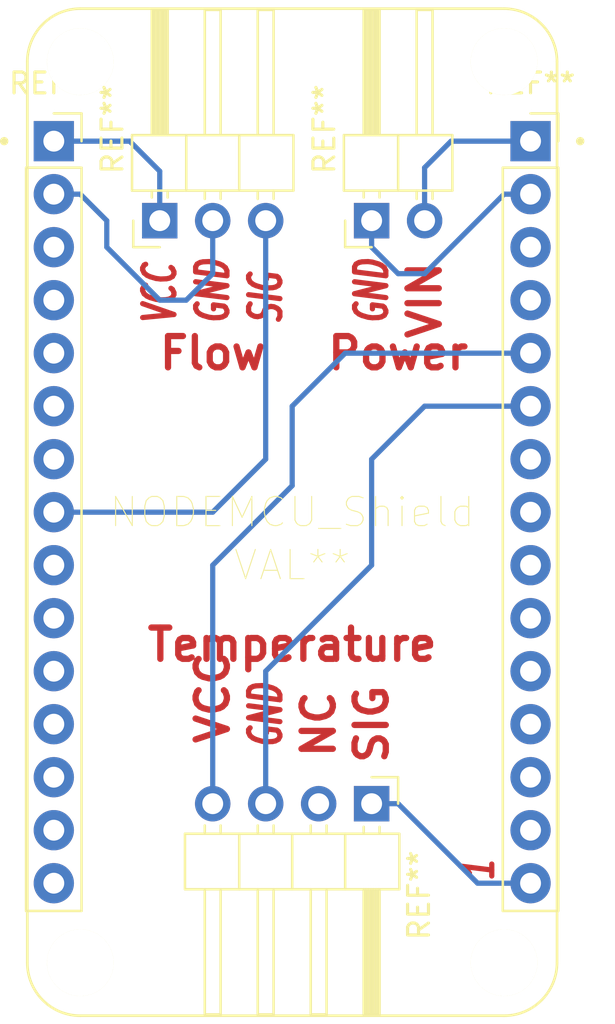
<source format=kicad_pcb>
(kicad_pcb (version 20171130) (host pcbnew 5.0.2-bee76a0~70~ubuntu18.04.1)

  (general
    (thickness 1.6)
    (drawings 13)
    (tracks 35)
    (zones 0)
    (modules 6)
    (nets 1)
  )

  (page A4)
  (layers
    (0 F.Cu signal)
    (31 B.Cu signal)
    (32 B.Adhes user)
    (33 F.Adhes user)
    (34 B.Paste user)
    (35 F.Paste user)
    (36 B.SilkS user)
    (37 F.SilkS user)
    (38 B.Mask user)
    (39 F.Mask user)
    (40 Dwgs.User user)
    (41 Cmts.User user)
    (42 Eco1.User user)
    (43 Eco2.User user)
    (44 Edge.Cuts user)
    (45 Margin user)
    (46 B.CrtYd user)
    (47 F.CrtYd user)
    (48 B.Fab user)
    (49 F.Fab user)
  )

  (setup
    (last_trace_width 0.25)
    (trace_clearance 0.2)
    (zone_clearance 0.508)
    (zone_45_only no)
    (trace_min 0.2)
    (segment_width 0.2)
    (edge_width 0.1)
    (via_size 0.8)
    (via_drill 0.4)
    (via_min_size 0.4)
    (via_min_drill 0.3)
    (uvia_size 0.3)
    (uvia_drill 0.1)
    (uvias_allowed no)
    (uvia_min_size 0.2)
    (uvia_min_drill 0.1)
    (pcb_text_width 0.3)
    (pcb_text_size 1.5 1.5)
    (mod_edge_width 0.15)
    (mod_text_size 1 1)
    (mod_text_width 0.15)
    (pad_size 1.5 1.5)
    (pad_drill 0.6)
    (pad_to_mask_clearance 0)
    (aux_axis_origin 0 0)
    (visible_elements FFFFF77F)
    (pcbplotparams
      (layerselection 0x010fc_ffffffff)
      (usegerberextensions false)
      (usegerberattributes false)
      (usegerberadvancedattributes false)
      (creategerberjobfile false)
      (excludeedgelayer true)
      (linewidth 0.100000)
      (plotframeref false)
      (viasonmask false)
      (mode 1)
      (useauxorigin false)
      (hpglpennumber 1)
      (hpglpenspeed 20)
      (hpglpendiameter 15.000000)
      (psnegative false)
      (psa4output false)
      (plotreference true)
      (plotvalue true)
      (plotinvisibletext false)
      (padsonsilk false)
      (subtractmaskfromsilk false)
      (outputformat 1)
      (mirror false)
      (drillshape 1)
      (scaleselection 1)
      (outputdirectory ""))
  )

  (net 0 "")

  (net_class Default "This is the default net class."
    (clearance 0.2)
    (trace_width 0.25)
    (via_dia 0.8)
    (via_drill 0.4)
    (uvia_dia 0.3)
    (uvia_drill 0.1)
  )

  (module pinHeads:PinHeader_1x03_P2.54mm_Horizontal (layer F.Cu) (tedit 59FED5CB) (tstamp 5DFE3FB8)
    (at 111.76 86.36 90)
    (descr "Through hole angled pin header, 1x03, 2.54mm pitch, 6mm pin length, single row")
    (tags "Through hole angled pin header THT 1x03 2.54mm single row")
    (fp_text reference REF** (at 4.385 -2.27 90) (layer F.SilkS)
      (effects (font (size 1 1) (thickness 0.15)))
    )
    (fp_text value PinHeader_1x03_P2.54mm_Horizontal (at -12.7 7.35 90) (layer F.Fab)
      (effects (font (size 1 1) (thickness 0.15)))
    )
    (fp_text user %R (at 2.77 2.54 180) (layer F.Fab)
      (effects (font (size 1 1) (thickness 0.15)))
    )
    (fp_line (start 10.55 -1.8) (end -1.8 -1.8) (layer F.CrtYd) (width 0.05))
    (fp_line (start 10.55 6.85) (end 10.55 -1.8) (layer F.CrtYd) (width 0.05))
    (fp_line (start -1.8 6.85) (end 10.55 6.85) (layer F.CrtYd) (width 0.05))
    (fp_line (start -1.8 -1.8) (end -1.8 6.85) (layer F.CrtYd) (width 0.05))
    (fp_line (start -1.27 -1.27) (end 0 -1.27) (layer F.SilkS) (width 0.12))
    (fp_line (start -1.27 0) (end -1.27 -1.27) (layer F.SilkS) (width 0.12))
    (fp_line (start 1.042929 5.46) (end 1.44 5.46) (layer F.SilkS) (width 0.12))
    (fp_line (start 1.042929 4.7) (end 1.44 4.7) (layer F.SilkS) (width 0.12))
    (fp_line (start 10.1 5.46) (end 4.1 5.46) (layer F.SilkS) (width 0.12))
    (fp_line (start 10.1 4.7) (end 10.1 5.46) (layer F.SilkS) (width 0.12))
    (fp_line (start 4.1 4.7) (end 10.1 4.7) (layer F.SilkS) (width 0.12))
    (fp_line (start 1.44 3.81) (end 4.1 3.81) (layer F.SilkS) (width 0.12))
    (fp_line (start 1.042929 2.92) (end 1.44 2.92) (layer F.SilkS) (width 0.12))
    (fp_line (start 1.042929 2.16) (end 1.44 2.16) (layer F.SilkS) (width 0.12))
    (fp_line (start 10.1 2.92) (end 4.1 2.92) (layer F.SilkS) (width 0.12))
    (fp_line (start 10.1 2.16) (end 10.1 2.92) (layer F.SilkS) (width 0.12))
    (fp_line (start 4.1 2.16) (end 10.1 2.16) (layer F.SilkS) (width 0.12))
    (fp_line (start 1.44 1.27) (end 4.1 1.27) (layer F.SilkS) (width 0.12))
    (fp_line (start 1.11 0.38) (end 1.44 0.38) (layer F.SilkS) (width 0.12))
    (fp_line (start 1.11 -0.38) (end 1.44 -0.38) (layer F.SilkS) (width 0.12))
    (fp_line (start 4.1 0.28) (end 10.1 0.28) (layer F.SilkS) (width 0.12))
    (fp_line (start 4.1 0.16) (end 10.1 0.16) (layer F.SilkS) (width 0.12))
    (fp_line (start 4.1 0.04) (end 10.1 0.04) (layer F.SilkS) (width 0.12))
    (fp_line (start 4.1 -0.08) (end 10.1 -0.08) (layer F.SilkS) (width 0.12))
    (fp_line (start 4.1 -0.2) (end 10.1 -0.2) (layer F.SilkS) (width 0.12))
    (fp_line (start 4.1 -0.32) (end 10.1 -0.32) (layer F.SilkS) (width 0.12))
    (fp_line (start 10.1 0.38) (end 4.1 0.38) (layer F.SilkS) (width 0.12))
    (fp_line (start 10.1 -0.38) (end 10.1 0.38) (layer F.SilkS) (width 0.12))
    (fp_line (start 4.1 -0.38) (end 10.1 -0.38) (layer F.SilkS) (width 0.12))
    (fp_line (start 4.1 -1.33) (end 1.44 -1.33) (layer F.SilkS) (width 0.12))
    (fp_line (start 4.1 6.41) (end 4.1 -1.33) (layer F.SilkS) (width 0.12))
    (fp_line (start 1.44 6.41) (end 4.1 6.41) (layer F.SilkS) (width 0.12))
    (fp_line (start 1.44 -1.33) (end 1.44 6.41) (layer F.SilkS) (width 0.12))
    (fp_line (start 4.04 5.4) (end 10.04 5.4) (layer F.Fab) (width 0.1))
    (fp_line (start 10.04 4.76) (end 10.04 5.4) (layer F.Fab) (width 0.1))
    (fp_line (start 4.04 4.76) (end 10.04 4.76) (layer F.Fab) (width 0.1))
    (fp_line (start -0.32 5.4) (end 1.5 5.4) (layer F.Fab) (width 0.1))
    (fp_line (start -0.32 4.76) (end -0.32 5.4) (layer F.Fab) (width 0.1))
    (fp_line (start -0.32 4.76) (end 1.5 4.76) (layer F.Fab) (width 0.1))
    (fp_line (start 4.04 2.86) (end 10.04 2.86) (layer F.Fab) (width 0.1))
    (fp_line (start 10.04 2.22) (end 10.04 2.86) (layer F.Fab) (width 0.1))
    (fp_line (start 4.04 2.22) (end 10.04 2.22) (layer F.Fab) (width 0.1))
    (fp_line (start -0.32 2.86) (end 1.5 2.86) (layer F.Fab) (width 0.1))
    (fp_line (start -0.32 2.22) (end -0.32 2.86) (layer F.Fab) (width 0.1))
    (fp_line (start -0.32 2.22) (end 1.5 2.22) (layer F.Fab) (width 0.1))
    (fp_line (start 4.04 0.32) (end 10.04 0.32) (layer F.Fab) (width 0.1))
    (fp_line (start 10.04 -0.32) (end 10.04 0.32) (layer F.Fab) (width 0.1))
    (fp_line (start 4.04 -0.32) (end 10.04 -0.32) (layer F.Fab) (width 0.1))
    (fp_line (start -0.32 0.32) (end 1.5 0.32) (layer F.Fab) (width 0.1))
    (fp_line (start -0.32 -0.32) (end -0.32 0.32) (layer F.Fab) (width 0.1))
    (fp_line (start -0.32 -0.32) (end 1.5 -0.32) (layer F.Fab) (width 0.1))
    (fp_line (start 1.5 -0.635) (end 2.135 -1.27) (layer F.Fab) (width 0.1))
    (fp_line (start 1.5 6.35) (end 1.5 -0.635) (layer F.Fab) (width 0.1))
    (fp_line (start 4.04 6.35) (end 1.5 6.35) (layer F.Fab) (width 0.1))
    (fp_line (start 4.04 -1.27) (end 4.04 6.35) (layer F.Fab) (width 0.1))
    (fp_line (start 2.135 -1.27) (end 4.04 -1.27) (layer F.Fab) (width 0.1))
    (pad 3 thru_hole oval (at 0 5.08 90) (size 1.7 1.7) (drill 1) (layers *.Cu *.Mask))
    (pad 2 thru_hole oval (at 0 2.54 90) (size 1.7 1.7) (drill 1) (layers *.Cu *.Mask))
    (pad 1 thru_hole rect (at 0 0 90) (size 1.7 1.7) (drill 1) (layers *.Cu *.Mask))
    (model ${KISYS3DMOD}/Connector_PinHeader_2.54mm.3dshapes/PinHeader_1x03_P2.54mm_Horizontal.wrl
      (at (xyz 0 0 0))
      (scale (xyz 1 1 1))
      (rotate (xyz 0 0 0))
    )
  )

  (module pinSocket:PinSocket_1x15_P2.54mm_Vertical (layer F.Cu) (tedit 5DF7DDA7) (tstamp 5DFD7F78)
    (at 129.54 82.55)
    (descr "Through hole straight socket strip, 1x15, 2.54mm pitch, single row (from Kicad 4.0.7), script generated")
    (tags "Through hole socket strip THT 1x15 2.54mm single row")
    (fp_text reference REF** (at 0 -2.77) (layer F.SilkS)
      (effects (font (size 1 1) (thickness 0.15)))
    )
    (fp_text value PinSocket_1x15_P2.54mm_Vertical (at -2.54 22.86 90) (layer F.Fab)
      (effects (font (size 1 1) (thickness 0.15)))
    )
    (fp_text user %R (at 0 17.78 90) (layer F.Fab)
      (effects (font (size 1 1) (thickness 0.15)))
    )
    (fp_line (start -1.8 37.3) (end -1.8 -1.8) (layer F.CrtYd) (width 0.05))
    (fp_line (start 1.75 37.3) (end -1.8 37.3) (layer F.CrtYd) (width 0.05))
    (fp_line (start 1.75 -1.8) (end 1.75 37.3) (layer F.CrtYd) (width 0.05))
    (fp_line (start -1.8 -1.8) (end 1.75 -1.8) (layer F.CrtYd) (width 0.05))
    (fp_line (start 0 -1.33) (end 1.33 -1.33) (layer F.SilkS) (width 0.12))
    (fp_line (start 1.33 -1.33) (end 1.33 0) (layer F.SilkS) (width 0.12))
    (fp_line (start 1.33 1.27) (end 1.33 36.89) (layer F.SilkS) (width 0.12))
    (fp_line (start -1.33 36.89) (end 1.33 36.89) (layer F.SilkS) (width 0.12))
    (fp_line (start -1.33 1.27) (end -1.33 36.89) (layer F.SilkS) (width 0.12))
    (fp_line (start -1.33 1.27) (end 1.33 1.27) (layer F.SilkS) (width 0.12))
    (fp_line (start -1.27 36.83) (end -1.27 -1.27) (layer F.Fab) (width 0.1))
    (fp_line (start 1.27 36.83) (end -1.27 36.83) (layer F.Fab) (width 0.1))
    (fp_line (start 1.27 -0.635) (end 1.27 36.83) (layer F.Fab) (width 0.1))
    (fp_line (start 0.635 -1.27) (end 1.27 -0.635) (layer F.Fab) (width 0.1))
    (fp_line (start -1.27 -1.27) (end 0.635 -1.27) (layer F.Fab) (width 0.1))
    (pad 15 thru_hole oval (at 0 35.56) (size 1.7 1.7) (drill 1) (layers *.Cu *.Mask))
    (pad 14 thru_hole oval (at 0 33.02) (size 1.7 1.7) (drill 1) (layers *.Cu *.Mask))
    (pad 13 thru_hole oval (at 0 30.48) (size 1.7 1.7) (drill 1) (layers *.Cu *.Mask))
    (pad 12 thru_hole oval (at 0 27.94) (size 1.7 1.7) (drill 1) (layers *.Cu *.Mask))
    (pad 11 thru_hole oval (at 0 25.4) (size 1.7 1.7) (drill 1) (layers *.Cu *.Mask))
    (pad 10 thru_hole oval (at 0 22.86) (size 1.7 1.7) (drill 1) (layers *.Cu *.Mask))
    (pad 9 thru_hole oval (at 0 20.32) (size 1.7 1.7) (drill 1) (layers *.Cu *.Mask))
    (pad 8 thru_hole oval (at 0 17.78) (size 1.7 1.7) (drill 1) (layers *.Cu *.Mask))
    (pad 7 thru_hole oval (at 0 15.24) (size 1.7 1.7) (drill 1) (layers *.Cu *.Mask))
    (pad 6 thru_hole oval (at 0 12.7) (size 1.7 1.7) (drill 1) (layers *.Cu *.Mask))
    (pad 5 thru_hole oval (at 0 10.16) (size 1.7 1.7) (drill 1) (layers *.Cu *.Mask))
    (pad 4 thru_hole oval (at 0 7.62) (size 1.7 1.7) (drill 1) (layers *.Cu *.Mask))
    (pad 3 thru_hole oval (at 0 5.08) (size 1.7 1.7) (drill 1) (layers *.Cu *.Mask))
    (pad 2 thru_hole oval (at 0 2.54) (size 1.7 1.7) (drill 1) (layers *.Cu *.Mask))
    (pad 1 thru_hole rect (at 0 0) (size 1.7 1.7) (drill 1) (layers *.Cu *.Mask))
    (model ${KISYS3DMOD}/Connector_PinSocket_2.54mm.3dshapes/PinSocket_1x15_P2.54mm_Vertical.wrl
      (at (xyz 0 0 0))
      (scale (xyz 1 1 1))
      (rotate (xyz 0 0 0))
    )
  )

  (module nodemcu:SEEED_113990105 (layer F.Cu) (tedit 5DF7DC2B) (tstamp 5DF79B2C)
    (at 118.11 100.33)
    (fp_text reference NODEMCU_Shield (at 0 0) (layer F.SilkS)
      (effects (font (size 1.4 1.4) (thickness 0.05)))
    )
    (fp_text value VAL** (at 0 2.54) (layer F.SilkS)
      (effects (font (size 1.4 1.4) (thickness 0.05)))
    )
    (fp_circle (center 13.81 -17.78) (end 13.91 -17.78) (layer F.SilkS) (width 0.2))
    (fp_circle (center 13.81 -17.78) (end 13.91 -17.78) (layer Eco2.User) (width 0.2))
    (fp_circle (center -13.81 -17.78) (end -13.71 -17.78) (layer Eco2.User) (width 0.2))
    (fp_circle (center -13.81 -17.78) (end -13.71 -17.78) (layer F.SilkS) (width 0.2))
    (fp_arc (start 10.16 21.59) (end 10.16 24.38) (angle -90) (layer Eco1.User) (width 0.05))
    (fp_line (start 12.95 -21.59) (end 12.95 21.59) (layer Eco1.User) (width 0.05))
    (fp_arc (start 10.16 -21.59) (end 12.95 -21.59) (angle -90) (layer Eco1.User) (width 0.05))
    (fp_line (start -10.16 -24.38) (end 10.16 -24.38) (layer Eco1.User) (width 0.05))
    (fp_arc (start -10.16 -21.59) (end -10.16 -24.38) (angle -90) (layer Eco1.User) (width 0.05))
    (fp_line (start -12.95 21.59) (end -12.95 -21.59) (layer Eco1.User) (width 0.05))
    (fp_arc (start -10.16 21.59) (end -12.95 21.59) (angle -90) (layer Eco1.User) (width 0.05))
    (fp_line (start 10.16 24.38) (end -10.16 24.38) (layer Eco1.User) (width 0.05))
    (fp_line (start 10.16 24.13) (end -10.16 24.13) (layer Eco2.User) (width 0.127))
    (fp_arc (start 10.16 21.59) (end 10.16 24.13) (angle -90) (layer Eco2.User) (width 0.127))
    (fp_line (start 12.7 -21.59) (end 12.7 21.59) (layer Eco2.User) (width 0.127))
    (fp_arc (start 10.16 -21.59) (end 12.7 -21.59) (angle -90) (layer Eco2.User) (width 0.127))
    (fp_arc (start -10.16 21.59) (end -10.16 24.13) (angle 90) (layer Eco2.User) (width 0.127))
    (fp_line (start -10.16 -24.13) (end 10.16 -24.13) (layer Eco2.User) (width 0.127))
    (fp_arc (start -10.16 -21.59) (end -10.16 -24.13) (angle -90) (layer Eco2.User) (width 0.127))
    (fp_line (start -12.7 21.59) (end -12.7 -21.59) (layer Eco2.User) (width 0.127))
    (fp_line (start 10.16 24.13) (end -10.16 24.13) (layer F.SilkS) (width 0.127))
    (fp_arc (start 10.16 21.59) (end 10.16 24.13) (angle -90) (layer F.SilkS) (width 0.127))
    (fp_line (start 12.7 -21.59) (end 12.7 21.59) (layer F.SilkS) (width 0.127))
    (fp_arc (start 10.16 -21.59) (end 12.7 -21.59) (angle -90) (layer F.SilkS) (width 0.127))
    (fp_arc (start -10.16 21.59) (end -10.16 24.13) (angle 90) (layer F.SilkS) (width 0.127))
    (fp_line (start -10.16 -24.13) (end 10.16 -24.13) (layer F.SilkS) (width 0.127))
    (fp_arc (start -10.16 -21.59) (end -10.16 -24.13) (angle -90) (layer F.SilkS) (width 0.127))
    (fp_line (start -12.7 21.59) (end -12.7 -21.59) (layer F.SilkS) (width 0.127))
    (pad Hole np_thru_hole circle (at -10.16 21.59) (size 3.2 3.2) (drill 3.2) (layers *.Cu *.Mask F.SilkS))
    (pad Hole np_thru_hole circle (at 10.16 21.59) (size 3.2 3.2) (drill 3.2) (layers *.Cu *.Mask F.SilkS))
    (pad Hole np_thru_hole circle (at 10.16 -21.59) (size 3.2 3.2) (drill 3.2) (layers *.Cu *.Mask F.SilkS))
    (pad Hole np_thru_hole circle (at -10.16 -21.59) (size 3.2 3.2) (drill 3.2) (layers *.Cu *.Mask F.SilkS))
    (pad J2_15 thru_hole circle (at 11.43 17.78) (size 1.93 1.93) (drill 0.889) (layers *.Cu *.Mask))
    (pad J2_14 thru_hole circle (at 11.43 15.24) (size 1.93 1.93) (drill 0.889) (layers *.Cu *.Mask))
    (pad J2_13 thru_hole circle (at 11.43 12.7) (size 1.93 1.93) (drill 0.889) (layers *.Cu *.Mask))
    (pad J2_12 thru_hole circle (at 11.43 10.16) (size 1.93 1.93) (drill 0.889) (layers *.Cu *.Mask))
    (pad J2_11 thru_hole circle (at 11.43 7.62) (size 1.93 1.93) (drill 0.889) (layers *.Cu *.Mask))
    (pad J2_10 thru_hole circle (at 11.43 5.08) (size 1.93 1.93) (drill 0.889) (layers *.Cu *.Mask))
    (pad J2_9 thru_hole circle (at 11.43 2.54) (size 1.93 1.93) (drill 0.889) (layers *.Cu *.Mask))
    (pad J2_8 thru_hole circle (at 11.43 0) (size 1.93 1.93) (drill 0.889) (layers *.Cu *.Mask))
    (pad J2_7 thru_hole circle (at 11.43 -2.54) (size 1.93 1.93) (drill 0.889) (layers *.Cu *.Mask))
    (pad J2_6 thru_hole circle (at 11.43 -5.08) (size 1.93 1.93) (drill 0.889) (layers *.Cu *.Mask))
    (pad J2_5 thru_hole circle (at 11.43 -7.62) (size 1.93 1.93) (drill 0.889) (layers *.Cu *.Mask))
    (pad J2_4 thru_hole circle (at 11.43 -10.16) (size 1.93 1.93) (drill 0.889) (layers *.Cu *.Mask))
    (pad J2_3 thru_hole circle (at 11.43 -12.7) (size 1.93 1.93) (drill 0.889) (layers *.Cu *.Mask))
    (pad J2_2 thru_hole circle (at 11.43 -15.24) (size 1.93 1.93) (drill 0.889) (layers *.Cu *.Mask))
    (pad J2_1 thru_hole rect (at 11.43 -17.78) (size 1.93 1.93) (drill 0.889) (layers *.Cu *.Mask))
    (pad J1_15 thru_hole circle (at -11.43 17.78) (size 1.93 1.93) (drill 0.889) (layers *.Cu *.Mask))
    (pad J1_14 thru_hole circle (at -11.43 15.24) (size 1.93 1.93) (drill 0.889) (layers *.Cu *.Mask))
    (pad J1_13 thru_hole circle (at -11.43 12.7) (size 1.93 1.93) (drill 0.889) (layers *.Cu *.Mask))
    (pad J1_12 thru_hole circle (at -11.43 10.16) (size 1.93 1.93) (drill 0.889) (layers *.Cu *.Mask))
    (pad J1_11 thru_hole circle (at -11.43 7.62) (size 1.93 1.93) (drill 0.889) (layers *.Cu *.Mask))
    (pad J1_10 thru_hole circle (at -11.43 5.08) (size 1.93 1.93) (drill 0.889) (layers *.Cu *.Mask))
    (pad J1_9 thru_hole circle (at -11.43 2.54) (size 1.93 1.93) (drill 0.889) (layers *.Cu *.Mask))
    (pad J1_8 thru_hole circle (at -11.43 0) (size 1.93 1.93) (drill 0.889) (layers *.Cu *.Mask))
    (pad J1_7 thru_hole circle (at -11.43 -2.54) (size 1.93 1.93) (drill 0.889) (layers *.Cu *.Mask))
    (pad J1_6 thru_hole circle (at -11.43 -5.08) (size 1.93 1.93) (drill 0.889) (layers *.Cu *.Mask))
    (pad J1_5 thru_hole circle (at -11.43 -7.62) (size 1.93 1.93) (drill 0.889) (layers *.Cu *.Mask))
    (pad J1_4 thru_hole circle (at -11.43 -10.16) (size 1.93 1.93) (drill 0.889) (layers *.Cu *.Mask))
    (pad J1_3 thru_hole circle (at -11.43 -12.7) (size 1.93 1.93) (drill 0.889) (layers *.Cu *.Mask))
    (pad J1_2 thru_hole circle (at -11.43 -15.24) (size 1.93 1.93) (drill 0.889) (layers *.Cu *.Mask))
    (pad J1_1 thru_hole rect (at -11.43 -17.78) (size 1.93 1.93) (drill 0.889) (layers *.Cu *.Mask))
  )

  (module pinSocket:PinSocket_1x15_P2.54mm_Vertical (layer F.Cu) (tedit 5DF7DDBE) (tstamp 5DFD7D49)
    (at 106.68 82.55)
    (descr "Through hole straight socket strip, 1x15, 2.54mm pitch, single row (from Kicad 4.0.7), script generated")
    (tags "Through hole socket strip THT 1x15 2.54mm single row")
    (fp_text reference REF** (at 0 -2.77) (layer F.SilkS)
      (effects (font (size 1 1) (thickness 0.15)))
    )
    (fp_text value PinSocket_1x15_P2.54mm_Vertical (at 2.54 24.13 90) (layer F.Fab)
      (effects (font (size 1 1) (thickness 0.15)))
    )
    (fp_text user %R (at 0 17.78 90) (layer F.Fab)
      (effects (font (size 1 1) (thickness 0.15)))
    )
    (fp_line (start -1.8 37.3) (end -1.8 -1.8) (layer F.CrtYd) (width 0.05))
    (fp_line (start 1.75 37.3) (end -1.8 37.3) (layer F.CrtYd) (width 0.05))
    (fp_line (start 1.75 -1.8) (end 1.75 37.3) (layer F.CrtYd) (width 0.05))
    (fp_line (start -1.8 -1.8) (end 1.75 -1.8) (layer F.CrtYd) (width 0.05))
    (fp_line (start 0 -1.33) (end 1.33 -1.33) (layer F.SilkS) (width 0.12))
    (fp_line (start 1.33 -1.33) (end 1.33 0) (layer F.SilkS) (width 0.12))
    (fp_line (start 1.33 1.27) (end 1.33 36.89) (layer F.SilkS) (width 0.12))
    (fp_line (start -1.33 36.89) (end 1.33 36.89) (layer F.SilkS) (width 0.12))
    (fp_line (start -1.33 1.27) (end -1.33 36.89) (layer F.SilkS) (width 0.12))
    (fp_line (start -1.33 1.27) (end 1.33 1.27) (layer F.SilkS) (width 0.12))
    (fp_line (start -1.27 36.83) (end -1.27 -1.27) (layer F.Fab) (width 0.1))
    (fp_line (start 1.27 36.83) (end -1.27 36.83) (layer F.Fab) (width 0.1))
    (fp_line (start 1.27 -0.635) (end 1.27 36.83) (layer F.Fab) (width 0.1))
    (fp_line (start 0.635 -1.27) (end 1.27 -0.635) (layer F.Fab) (width 0.1))
    (fp_line (start -1.27 -1.27) (end 0.635 -1.27) (layer F.Fab) (width 0.1))
    (pad 15 thru_hole oval (at 0 35.56) (size 1.7 1.7) (drill 1) (layers *.Cu *.Mask))
    (pad 14 thru_hole oval (at 0 33.02) (size 1.7 1.7) (drill 1) (layers *.Cu *.Mask))
    (pad 13 thru_hole oval (at 0 30.48) (size 1.7 1.7) (drill 1) (layers *.Cu *.Mask))
    (pad 12 thru_hole oval (at 0 27.94) (size 1.7 1.7) (drill 1) (layers *.Cu *.Mask))
    (pad 11 thru_hole oval (at 0 25.4) (size 1.7 1.7) (drill 1) (layers *.Cu *.Mask))
    (pad 10 thru_hole oval (at 0 22.86) (size 1.7 1.7) (drill 1) (layers *.Cu *.Mask))
    (pad 9 thru_hole oval (at 0 20.32) (size 1.7 1.7) (drill 1) (layers *.Cu *.Mask))
    (pad 8 thru_hole oval (at 0 17.78) (size 1.7 1.7) (drill 1) (layers *.Cu *.Mask))
    (pad 7 thru_hole oval (at 0 15.24) (size 1.7 1.7) (drill 1) (layers *.Cu *.Mask))
    (pad 6 thru_hole oval (at 0 12.7) (size 1.7 1.7) (drill 1) (layers *.Cu *.Mask))
    (pad 5 thru_hole oval (at 0 10.16) (size 1.7 1.7) (drill 1) (layers *.Cu *.Mask))
    (pad 4 thru_hole oval (at 0 7.62) (size 1.7 1.7) (drill 1) (layers *.Cu *.Mask))
    (pad 3 thru_hole oval (at 0 5.08) (size 1.7 1.7) (drill 1) (layers *.Cu *.Mask))
    (pad 2 thru_hole oval (at 0 2.54) (size 1.7 1.7) (drill 1) (layers *.Cu *.Mask))
    (pad 1 thru_hole rect (at 0 0) (size 1.7 1.7) (drill 1) (layers *.Cu *.Mask))
    (model ${KISYS3DMOD}/Connector_PinSocket_2.54mm.3dshapes/PinSocket_1x15_P2.54mm_Vertical.wrl
      (at (xyz 0 0 0))
      (scale (xyz 1 1 1))
      (rotate (xyz 0 0 0))
    )
  )

  (module pinHeads:PinHeader_1x02_P2.54mm_Horizontal (layer F.Cu) (tedit 59FED5CB) (tstamp 5DFE560B)
    (at 121.92 86.36 90)
    (descr "Through hole angled pin header, 1x02, 2.54mm pitch, 6mm pin length, single row")
    (tags "Through hole angled pin header THT 1x02 2.54mm single row")
    (fp_text reference REF** (at 4.385 -2.27 90) (layer F.SilkS)
      (effects (font (size 1 1) (thickness 0.15)))
    )
    (fp_text value PinHeader_1x02_P2.54mm_Horizontal (at -19.05 0 90) (layer F.Fab)
      (effects (font (size 1 1) (thickness 0.15)))
    )
    (fp_text user %R (at 2.77 1.27 180) (layer F.Fab)
      (effects (font (size 1 1) (thickness 0.15)))
    )
    (fp_line (start 10.55 -1.8) (end -1.8 -1.8) (layer F.CrtYd) (width 0.05))
    (fp_line (start 10.55 4.35) (end 10.55 -1.8) (layer F.CrtYd) (width 0.05))
    (fp_line (start -1.8 4.35) (end 10.55 4.35) (layer F.CrtYd) (width 0.05))
    (fp_line (start -1.8 -1.8) (end -1.8 4.35) (layer F.CrtYd) (width 0.05))
    (fp_line (start -1.27 -1.27) (end 0 -1.27) (layer F.SilkS) (width 0.12))
    (fp_line (start -1.27 0) (end -1.27 -1.27) (layer F.SilkS) (width 0.12))
    (fp_line (start 1.042929 2.92) (end 1.44 2.92) (layer F.SilkS) (width 0.12))
    (fp_line (start 1.042929 2.16) (end 1.44 2.16) (layer F.SilkS) (width 0.12))
    (fp_line (start 10.1 2.92) (end 4.1 2.92) (layer F.SilkS) (width 0.12))
    (fp_line (start 10.1 2.16) (end 10.1 2.92) (layer F.SilkS) (width 0.12))
    (fp_line (start 4.1 2.16) (end 10.1 2.16) (layer F.SilkS) (width 0.12))
    (fp_line (start 1.44 1.27) (end 4.1 1.27) (layer F.SilkS) (width 0.12))
    (fp_line (start 1.11 0.38) (end 1.44 0.38) (layer F.SilkS) (width 0.12))
    (fp_line (start 1.11 -0.38) (end 1.44 -0.38) (layer F.SilkS) (width 0.12))
    (fp_line (start 4.1 0.28) (end 10.1 0.28) (layer F.SilkS) (width 0.12))
    (fp_line (start 4.1 0.16) (end 10.1 0.16) (layer F.SilkS) (width 0.12))
    (fp_line (start 4.1 0.04) (end 10.1 0.04) (layer F.SilkS) (width 0.12))
    (fp_line (start 4.1 -0.08) (end 10.1 -0.08) (layer F.SilkS) (width 0.12))
    (fp_line (start 4.1 -0.2) (end 10.1 -0.2) (layer F.SilkS) (width 0.12))
    (fp_line (start 4.1 -0.32) (end 10.1 -0.32) (layer F.SilkS) (width 0.12))
    (fp_line (start 10.1 0.38) (end 4.1 0.38) (layer F.SilkS) (width 0.12))
    (fp_line (start 10.1 -0.38) (end 10.1 0.38) (layer F.SilkS) (width 0.12))
    (fp_line (start 4.1 -0.38) (end 10.1 -0.38) (layer F.SilkS) (width 0.12))
    (fp_line (start 4.1 -1.33) (end 1.44 -1.33) (layer F.SilkS) (width 0.12))
    (fp_line (start 4.1 3.87) (end 4.1 -1.33) (layer F.SilkS) (width 0.12))
    (fp_line (start 1.44 3.87) (end 4.1 3.87) (layer F.SilkS) (width 0.12))
    (fp_line (start 1.44 -1.33) (end 1.44 3.87) (layer F.SilkS) (width 0.12))
    (fp_line (start 4.04 2.86) (end 10.04 2.86) (layer F.Fab) (width 0.1))
    (fp_line (start 10.04 2.22) (end 10.04 2.86) (layer F.Fab) (width 0.1))
    (fp_line (start 4.04 2.22) (end 10.04 2.22) (layer F.Fab) (width 0.1))
    (fp_line (start -0.32 2.86) (end 1.5 2.86) (layer F.Fab) (width 0.1))
    (fp_line (start -0.32 2.22) (end -0.32 2.86) (layer F.Fab) (width 0.1))
    (fp_line (start -0.32 2.22) (end 1.5 2.22) (layer F.Fab) (width 0.1))
    (fp_line (start 4.04 0.32) (end 10.04 0.32) (layer F.Fab) (width 0.1))
    (fp_line (start 10.04 -0.32) (end 10.04 0.32) (layer F.Fab) (width 0.1))
    (fp_line (start 4.04 -0.32) (end 10.04 -0.32) (layer F.Fab) (width 0.1))
    (fp_line (start -0.32 0.32) (end 1.5 0.32) (layer F.Fab) (width 0.1))
    (fp_line (start -0.32 -0.32) (end -0.32 0.32) (layer F.Fab) (width 0.1))
    (fp_line (start -0.32 -0.32) (end 1.5 -0.32) (layer F.Fab) (width 0.1))
    (fp_line (start 1.5 -0.635) (end 2.135 -1.27) (layer F.Fab) (width 0.1))
    (fp_line (start 1.5 3.81) (end 1.5 -0.635) (layer F.Fab) (width 0.1))
    (fp_line (start 4.04 3.81) (end 1.5 3.81) (layer F.Fab) (width 0.1))
    (fp_line (start 4.04 -1.27) (end 4.04 3.81) (layer F.Fab) (width 0.1))
    (fp_line (start 2.135 -1.27) (end 4.04 -1.27) (layer F.Fab) (width 0.1))
    (pad 2 thru_hole oval (at 0 2.54 90) (size 1.7 1.7) (drill 1) (layers *.Cu *.Mask))
    (pad 1 thru_hole rect (at 0 0 90) (size 1.7 1.7) (drill 1) (layers *.Cu *.Mask))
    (model ${KISYS3DMOD}/Connector_PinHeader_2.54mm.3dshapes/PinHeader_1x02_P2.54mm_Horizontal.wrl
      (at (xyz 0 0 0))
      (scale (xyz 1 1 1))
      (rotate (xyz 0 0 0))
    )
  )

  (module pinHeads:PinHeader_1x04_P2.54mm_Horizontal (layer F.Cu) (tedit 5DF7DE4B) (tstamp 5DFE6163)
    (at 121.92 114.3 270)
    (descr "Through hole angled pin header, 1x04, 2.54mm pitch, 6mm pin length, single row")
    (tags "Through hole angled pin header THT 1x04 2.54mm single row")
    (fp_text reference REF** (at 4.385 -2.27 270) (layer F.SilkS)
      (effects (font (size 1 1) (thickness 0.15)))
    )
    (fp_text value PinHeader_1x04_P2.54mm_Horizontal (at -2.54 2.54 180) (layer F.Fab)
      (effects (font (size 1 1) (thickness 0.15)))
    )
    (fp_text user %R (at 2.77 3.81) (layer F.Fab)
      (effects (font (size 1 1) (thickness 0.15)))
    )
    (fp_line (start 10.55 -1.8) (end -1.8 -1.8) (layer F.CrtYd) (width 0.05))
    (fp_line (start 10.55 9.4) (end 10.55 -1.8) (layer F.CrtYd) (width 0.05))
    (fp_line (start -1.8 9.4) (end 10.55 9.4) (layer F.CrtYd) (width 0.05))
    (fp_line (start -1.8 -1.8) (end -1.8 9.4) (layer F.CrtYd) (width 0.05))
    (fp_line (start -1.27 -1.27) (end 0 -1.27) (layer F.SilkS) (width 0.12))
    (fp_line (start -1.27 0) (end -1.27 -1.27) (layer F.SilkS) (width 0.12))
    (fp_line (start 1.042929 8) (end 1.44 8) (layer F.SilkS) (width 0.12))
    (fp_line (start 1.042929 7.24) (end 1.44 7.24) (layer F.SilkS) (width 0.12))
    (fp_line (start 10.1 8) (end 4.1 8) (layer F.SilkS) (width 0.12))
    (fp_line (start 10.1 7.24) (end 10.1 8) (layer F.SilkS) (width 0.12))
    (fp_line (start 4.1 7.24) (end 10.1 7.24) (layer F.SilkS) (width 0.12))
    (fp_line (start 1.44 6.35) (end 4.1 6.35) (layer F.SilkS) (width 0.12))
    (fp_line (start 1.042929 5.46) (end 1.44 5.46) (layer F.SilkS) (width 0.12))
    (fp_line (start 1.042929 4.7) (end 1.44 4.7) (layer F.SilkS) (width 0.12))
    (fp_line (start 10.1 5.46) (end 4.1 5.46) (layer F.SilkS) (width 0.12))
    (fp_line (start 10.1 4.7) (end 10.1 5.46) (layer F.SilkS) (width 0.12))
    (fp_line (start 4.1 4.7) (end 10.1 4.7) (layer F.SilkS) (width 0.12))
    (fp_line (start 1.44 3.81) (end 4.1 3.81) (layer F.SilkS) (width 0.12))
    (fp_line (start 1.042929 2.92) (end 1.44 2.92) (layer F.SilkS) (width 0.12))
    (fp_line (start 1.042929 2.16) (end 1.44 2.16) (layer F.SilkS) (width 0.12))
    (fp_line (start 10.1 2.92) (end 4.1 2.92) (layer F.SilkS) (width 0.12))
    (fp_line (start 10.1 2.16) (end 10.1 2.92) (layer F.SilkS) (width 0.12))
    (fp_line (start 4.1 2.16) (end 10.1 2.16) (layer F.SilkS) (width 0.12))
    (fp_line (start 1.44 1.27) (end 4.1 1.27) (layer F.SilkS) (width 0.12))
    (fp_line (start 1.11 0.38) (end 1.44 0.38) (layer F.SilkS) (width 0.12))
    (fp_line (start 1.11 -0.38) (end 1.44 -0.38) (layer F.SilkS) (width 0.12))
    (fp_line (start 4.1 0.28) (end 10.1 0.28) (layer F.SilkS) (width 0.12))
    (fp_line (start 4.1 0.16) (end 10.1 0.16) (layer F.SilkS) (width 0.12))
    (fp_line (start 4.1 0.04) (end 10.1 0.04) (layer F.SilkS) (width 0.12))
    (fp_line (start 4.1 -0.08) (end 10.1 -0.08) (layer F.SilkS) (width 0.12))
    (fp_line (start 4.1 -0.2) (end 10.1 -0.2) (layer F.SilkS) (width 0.12))
    (fp_line (start 4.1 -0.32) (end 10.1 -0.32) (layer F.SilkS) (width 0.12))
    (fp_line (start 10.1 0.38) (end 4.1 0.38) (layer F.SilkS) (width 0.12))
    (fp_line (start 10.1 -0.38) (end 10.1 0.38) (layer F.SilkS) (width 0.12))
    (fp_line (start 4.1 -0.38) (end 10.1 -0.38) (layer F.SilkS) (width 0.12))
    (fp_line (start 4.1 -1.33) (end 1.44 -1.33) (layer F.SilkS) (width 0.12))
    (fp_line (start 4.1 8.95) (end 4.1 -1.33) (layer F.SilkS) (width 0.12))
    (fp_line (start 1.44 8.95) (end 4.1 8.95) (layer F.SilkS) (width 0.12))
    (fp_line (start 1.44 -1.33) (end 1.44 8.95) (layer F.SilkS) (width 0.12))
    (fp_line (start 4.04 7.94) (end 10.04 7.94) (layer F.Fab) (width 0.1))
    (fp_line (start 10.04 7.3) (end 10.04 7.94) (layer F.Fab) (width 0.1))
    (fp_line (start 4.04 7.3) (end 10.04 7.3) (layer F.Fab) (width 0.1))
    (fp_line (start -0.32 7.94) (end 1.5 7.94) (layer F.Fab) (width 0.1))
    (fp_line (start -0.32 7.3) (end -0.32 7.94) (layer F.Fab) (width 0.1))
    (fp_line (start -0.32 7.3) (end 1.5 7.3) (layer F.Fab) (width 0.1))
    (fp_line (start 4.04 5.4) (end 10.04 5.4) (layer F.Fab) (width 0.1))
    (fp_line (start 10.04 4.76) (end 10.04 5.4) (layer F.Fab) (width 0.1))
    (fp_line (start 4.04 4.76) (end 10.04 4.76) (layer F.Fab) (width 0.1))
    (fp_line (start -0.32 5.4) (end 1.5 5.4) (layer F.Fab) (width 0.1))
    (fp_line (start -0.32 4.76) (end -0.32 5.4) (layer F.Fab) (width 0.1))
    (fp_line (start -0.32 4.76) (end 1.5 4.76) (layer F.Fab) (width 0.1))
    (fp_line (start 4.04 2.86) (end 10.04 2.86) (layer F.Fab) (width 0.1))
    (fp_line (start 10.04 2.22) (end 10.04 2.86) (layer F.Fab) (width 0.1))
    (fp_line (start 4.04 2.22) (end 10.04 2.22) (layer F.Fab) (width 0.1))
    (fp_line (start -0.32 2.86) (end 1.5 2.86) (layer F.Fab) (width 0.1))
    (fp_line (start -0.32 2.22) (end -0.32 2.86) (layer F.Fab) (width 0.1))
    (fp_line (start -0.32 2.22) (end 1.5 2.22) (layer F.Fab) (width 0.1))
    (fp_line (start 4.04 0.32) (end 10.04 0.32) (layer F.Fab) (width 0.1))
    (fp_line (start 10.04 -0.32) (end 10.04 0.32) (layer F.Fab) (width 0.1))
    (fp_line (start 4.04 -0.32) (end 10.04 -0.32) (layer F.Fab) (width 0.1))
    (fp_line (start -0.32 0.32) (end 1.5 0.32) (layer F.Fab) (width 0.1))
    (fp_line (start -0.32 -0.32) (end -0.32 0.32) (layer F.Fab) (width 0.1))
    (fp_line (start -0.32 -0.32) (end 1.5 -0.32) (layer F.Fab) (width 0.1))
    (fp_line (start 1.5 -0.635) (end 2.135 -1.27) (layer F.Fab) (width 0.1))
    (fp_line (start 1.5 8.89) (end 1.5 -0.635) (layer F.Fab) (width 0.1))
    (fp_line (start 4.04 8.89) (end 1.5 8.89) (layer F.Fab) (width 0.1))
    (fp_line (start 4.04 -1.27) (end 4.04 8.89) (layer F.Fab) (width 0.1))
    (fp_line (start 2.135 -1.27) (end 4.04 -1.27) (layer F.Fab) (width 0.1))
    (pad 4 thru_hole oval (at 0 7.62 270) (size 1.7 1.7) (drill 1) (layers *.Cu *.Mask))
    (pad 3 thru_hole oval (at 0 5.08 270) (size 1.7 1.7) (drill 1) (layers *.Cu *.Mask))
    (pad 2 thru_hole oval (at 0 2.54 270) (size 1.7 1.7) (drill 1) (layers *.Cu *.Mask))
    (pad 1 thru_hole rect (at 0 0 270) (size 1.7 1.7) (drill 1) (layers *.Cu *.Mask))
    (model ${KISYS3DMOD}/Connector_PinHeader_2.54mm.3dshapes/PinHeader_1x04_P2.54mm_Horizontal.wrl
      (at (xyz 0 0 0))
      (scale (xyz 1 1 1))
      (rotate (xyz 0 0 0))
    )
  )

  (gr_text GND (at 121.92 91.44 90) (layer F.Cu) (tstamp 5DFF9F43)
    (effects (font (size 1.5 1) (thickness 0.25) italic) (justify left))
  )
  (gr_text 1 (at 127 118.11 90) (layer F.Cu) (tstamp 5DFE8828)
    (effects (font (size 1.5 1) (thickness 0.25) italic) (justify left))
  )
  (gr_text NC (at 119.38 110.49 90) (layer F.Cu)
    (effects (font (size 1.5 1.5) (thickness 0.3)))
  )
  (gr_text SIG (at 121.92 110.49 90) (layer F.Cu)
    (effects (font (size 1.5 1.5) (thickness 0.3)))
  )
  (gr_text GND (at 116.84 111.76 90) (layer F.Cu) (tstamp 5DFE8828)
    (effects (font (size 1.5 1) (thickness 0.25) italic) (justify left))
  )
  (gr_text VCC (at 114.3 109.22 90) (layer F.Cu)
    (effects (font (size 1.5 1.5) (thickness 0.3)))
  )
  (gr_text VCC (at 111.76 91.44 90) (layer F.Cu) (tstamp 5DFE8480)
    (effects (font (size 1.5 1) (thickness 0.25) italic) (justify left))
  )
  (gr_text SIG (at 116.84 91.44 90) (layer F.Cu) (tstamp 5DFE8480)
    (effects (font (size 1.5 1) (thickness 0.25) italic) (justify left))
  )
  (gr_text GND (at 114.3 91.44 90) (layer F.Cu) (tstamp 5DFE8480)
    (effects (font (size 1.5 1) (thickness 0.25) italic) (justify left))
  )
  (gr_text VIN (at 124.46 90.17 90) (layer F.Cu)
    (effects (font (size 1.5 1.5) (thickness 0.3)))
  )
  (gr_text Power (at 123.19 92.71) (layer F.Cu)
    (effects (font (size 1.5 1.5) (thickness 0.3)))
  )
  (gr_text Temperature (at 118.11 106.68) (layer F.Cu)
    (effects (font (size 1.5 1.5) (thickness 0.3)))
  )
  (gr_text Flow (at 114.3 92.71) (layer F.Cu)
    (effects (font (size 1.5 1.5) (thickness 0.3)))
  )

  (segment (start 116.84 97.79) (end 114.3 100.33) (width 0.25) (layer B.Cu) (net 0))
  (segment (start 114.3 100.33) (end 106.68 100.33) (width 0.25) (layer B.Cu) (net 0))
  (segment (start 120.65 92.71) (end 129.54 92.71) (width 0.25) (layer B.Cu) (net 0))
  (segment (start 118.11 99.06) (end 118.11 95.25) (width 0.25) (layer B.Cu) (net 0))
  (segment (start 118.11 95.25) (end 120.65 92.71) (width 0.25) (layer B.Cu) (net 0))
  (segment (start 114.3 102.87) (end 118.11 99.06) (width 0.25) (layer B.Cu) (net 0))
  (segment (start 116.84 107.95) (end 121.92 102.87) (width 0.25) (layer B.Cu) (net 0))
  (segment (start 121.92 102.87) (end 121.92 97.79) (width 0.25) (layer B.Cu) (net 0))
  (segment (start 124.46 95.25) (end 129.54 95.25) (width 0.25) (layer B.Cu) (net 0))
  (segment (start 121.92 97.79) (end 124.46 95.25) (width 0.25) (layer B.Cu) (net 0))
  (segment (start 116.84 114.3) (end 116.84 107.95) (width 0.25) (layer B.Cu) (net 0))
  (segment (start 114.3 114.3) (end 114.3 102.87) (width 0.25) (layer B.Cu) (net 0))
  (segment (start 110.32 82.55) (end 111.76 83.99) (width 0.25) (layer B.Cu) (net 0))
  (segment (start 106.68 82.55) (end 110.32 82.55) (width 0.25) (layer B.Cu) (net 0))
  (segment (start 129.54 82.55) (end 125.73 82.55) (width 0.25) (layer B.Cu) (net 0))
  (segment (start 125.73 82.55) (end 124.46 83.82) (width 0.25) (layer B.Cu) (net 0))
  (segment (start 129.54 85.09) (end 128.27 85.09) (width 0.25) (layer B.Cu) (net 0))
  (segment (start 128.27 85.09) (end 125.73 87.63) (width 0.25) (layer B.Cu) (net 0))
  (segment (start 123.19 114.3) (end 121.92 114.3) (width 0.25) (layer B.Cu) (net 0))
  (segment (start 129.54 118.11) (end 127 118.11) (width 0.25) (layer B.Cu) (net 0))
  (segment (start 127 118.11) (end 123.19 114.3) (width 0.25) (layer B.Cu) (net 0))
  (segment (start 124.46 86.36) (end 124.46 83.82) (width 0.25) (layer B.Cu) (net 0))
  (segment (start 125.73 87.63) (end 124.46 88.9) (width 0.25) (layer B.Cu) (net 0))
  (segment (start 121.92 86.36) (end 121.92 87.63) (width 0.25) (layer B.Cu) (net 0))
  (segment (start 121.92 87.63) (end 123.19 88.9) (width 0.25) (layer B.Cu) (net 0))
  (segment (start 123.19 88.9) (end 124.46 88.9) (width 0.25) (layer B.Cu) (net 0))
  (segment (start 111.76 83.99) (end 111.76 86.36) (width 0.25) (layer B.Cu) (net 0))
  (segment (start 116.84 86.36) (end 116.84 97.79) (width 0.25) (layer B.Cu) (net 0))
  (segment (start 114.3 86.36) (end 114.3 88.9) (width 0.25) (layer B.Cu) (net 0))
  (segment (start 114.3 88.9) (end 113.03 90.17) (width 0.25) (layer B.Cu) (net 0))
  (segment (start 113.03 90.17) (end 111.76 90.17) (width 0.25) (layer B.Cu) (net 0))
  (segment (start 111.76 90.17) (end 109.22 87.63) (width 0.25) (layer B.Cu) (net 0))
  (segment (start 109.22 87.63) (end 109.22 86.36) (width 0.25) (layer B.Cu) (net 0))
  (segment (start 109.22 86.36) (end 107.95 85.09) (width 0.25) (layer B.Cu) (net 0))
  (segment (start 107.95 85.09) (end 106.68 85.09) (width 0.25) (layer B.Cu) (net 0))

)

</source>
